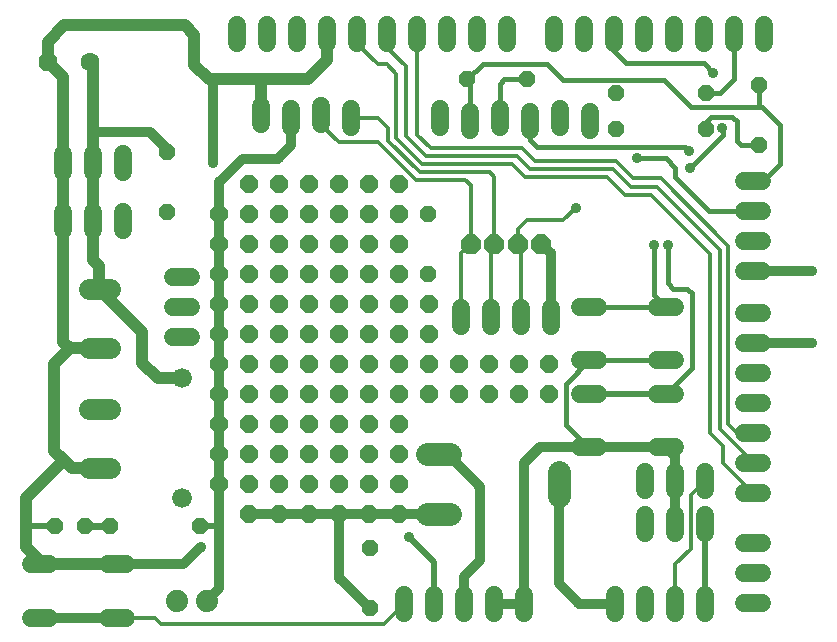
<source format=gbr>
G04 EAGLE Gerber RS-274X export*
G75*
%MOMM*%
%FSLAX34Y34*%
%LPD*%
%INBottom Copper*%
%IPPOS*%
%AMOC8*
5,1,8,0,0,1.08239X$1,22.5*%
G01*
%ADD10C,1.524000*%
%ADD11P,1.429621X8X112.500000*%
%ADD12C,1.790700*%
%ADD13C,1.676400*%
%ADD14P,1.732040X8X202.500000*%
%ADD15C,1.600200*%
%ADD16P,1.429621X8X292.500000*%
%ADD17P,1.429621X8X202.500000*%
%ADD18C,1.981200*%
%ADD19C,1.879600*%
%ADD20P,1.814519X8X22.500000*%
%ADD21P,1.623585X8X22.500000*%
%ADD22C,0.812800*%
%ADD23C,0.406400*%
%ADD24C,0.508000*%
%ADD25C,1.016000*%
%ADD26C,0.609600*%
%ADD27C,0.889000*%
%ADD28C,0.304800*%


D10*
X18322Y58616D02*
X33562Y58616D01*
X33562Y13404D02*
X18322Y13404D01*
X83346Y58616D02*
X98586Y58616D01*
X98586Y13404D02*
X83346Y13404D01*
D11*
X305003Y21387D03*
X305003Y72187D03*
D12*
X85154Y291700D02*
X67247Y291700D01*
X67247Y241700D02*
X85154Y241700D01*
X85154Y190100D02*
X67247Y190100D01*
X67247Y140100D02*
X85154Y140100D01*
D13*
X146045Y216114D03*
X146045Y114514D03*
D10*
X138430Y250825D02*
X153670Y250825D01*
X153670Y276225D02*
X138430Y276225D01*
X138430Y301625D02*
X153670Y301625D01*
X45720Y391160D02*
X45720Y406400D01*
X71120Y406400D02*
X71120Y391160D01*
X96520Y391160D02*
X96520Y406400D01*
X45720Y356870D02*
X45720Y341630D01*
X71120Y341630D02*
X71120Y356870D01*
X96520Y356870D02*
X96520Y341630D01*
X193040Y500380D02*
X193040Y515620D01*
X218440Y515620D02*
X218440Y500380D01*
X243840Y500380D02*
X243840Y515620D01*
X269240Y515620D02*
X269240Y500380D01*
X294640Y500380D02*
X294640Y515620D01*
X320040Y515620D02*
X320040Y500380D01*
X345440Y500380D02*
X345440Y515620D01*
X370840Y515620D02*
X370840Y500380D01*
X396240Y500380D02*
X396240Y515620D01*
X421640Y515620D02*
X421640Y500380D01*
X461010Y500380D02*
X461010Y515620D01*
X486410Y515620D02*
X486410Y500380D01*
X511810Y500380D02*
X511810Y515620D01*
X537210Y515620D02*
X537210Y500380D01*
X562610Y500380D02*
X562610Y515620D01*
X588010Y515620D02*
X588010Y500380D01*
X613410Y500380D02*
X613410Y515620D01*
X638810Y515620D02*
X638810Y500380D01*
D14*
X32512Y484251D03*
D15*
X68072Y484251D03*
D16*
X133350Y407924D03*
X133350Y357124D03*
D10*
X622300Y383540D02*
X637540Y383540D01*
X637540Y358140D02*
X622300Y358140D01*
X622300Y332740D02*
X637540Y332740D01*
X637540Y307340D02*
X622300Y307340D01*
D11*
X635000Y413512D03*
X635000Y464312D03*
D17*
X438404Y469138D03*
X387604Y469138D03*
X589788Y427228D03*
X513588Y427228D03*
X589788Y457454D03*
X513588Y457454D03*
X63754Y90932D03*
X38354Y90932D03*
X161544Y90932D03*
X85344Y90932D03*
D10*
X483108Y276606D02*
X498348Y276606D01*
X498348Y231394D02*
X483108Y231394D01*
X548132Y276606D02*
X563372Y276606D01*
X563372Y231394D02*
X548132Y231394D01*
X498348Y202946D02*
X483108Y202946D01*
X483108Y157734D02*
X498348Y157734D01*
X548132Y202946D02*
X563372Y202946D01*
X563372Y157734D02*
X548132Y157734D01*
D18*
X465074Y136652D02*
X465074Y116840D01*
X373380Y152146D02*
X353568Y152146D01*
X353568Y101346D02*
X373380Y101346D01*
D10*
X289560Y428752D02*
X289560Y443992D01*
X264160Y446532D02*
X264160Y431292D01*
X238760Y428752D02*
X238760Y443992D01*
X213360Y446532D02*
X213360Y431292D01*
X491490Y425958D02*
X491490Y441198D01*
X466090Y443738D02*
X466090Y428498D01*
X440690Y425958D02*
X440690Y441198D01*
X415290Y443738D02*
X415290Y428498D01*
X389890Y425958D02*
X389890Y441198D01*
X364490Y443738D02*
X364490Y428498D01*
D19*
X167132Y27686D03*
X141732Y27686D03*
D10*
X334010Y33020D02*
X334010Y17780D01*
X359410Y17780D02*
X359410Y33020D01*
X384810Y33020D02*
X384810Y17780D01*
X410210Y17780D02*
X410210Y33020D01*
X435610Y33020D02*
X435610Y17780D01*
X513080Y17780D02*
X513080Y33020D01*
X538480Y33020D02*
X538480Y17780D01*
X563880Y17780D02*
X563880Y33020D01*
X589280Y33020D02*
X589280Y17780D01*
X622300Y76454D02*
X637540Y76454D01*
X637540Y51054D02*
X622300Y51054D01*
X622300Y25654D02*
X637540Y25654D01*
X637540Y271780D02*
X622300Y271780D01*
X622300Y246380D02*
X637540Y246380D01*
X637540Y220980D02*
X622300Y220980D01*
X622300Y195580D02*
X637540Y195580D01*
X637540Y170180D02*
X622300Y170180D01*
X622300Y144780D02*
X637540Y144780D01*
X637540Y119380D02*
X622300Y119380D01*
X538353Y121920D02*
X538353Y137160D01*
X563753Y137160D02*
X563753Y121920D01*
X589153Y121920D02*
X589153Y137160D01*
X538353Y100330D02*
X538353Y85090D01*
X563753Y85090D02*
X563753Y100330D01*
X589153Y100330D02*
X589153Y85090D01*
D20*
X390370Y330098D03*
X410370Y330098D03*
X430370Y330098D03*
X450370Y330098D03*
D10*
X458470Y275768D02*
X458470Y260528D01*
X433070Y260528D02*
X433070Y275768D01*
X407670Y275768D02*
X407670Y260528D01*
X382270Y260528D02*
X382270Y275768D01*
D16*
X354330Y355600D03*
X354330Y304800D03*
D21*
X177800Y330200D03*
X177800Y304800D03*
X177800Y279400D03*
X177800Y254000D03*
X177800Y228600D03*
X177800Y203200D03*
X177800Y177800D03*
X177800Y152400D03*
X177800Y127000D03*
D22*
X177800Y279400D02*
X177800Y330200D01*
X177800Y279400D02*
X177800Y254000D01*
X177800Y228600D01*
X177800Y203200D01*
X177800Y177800D01*
X177800Y152400D01*
X177800Y127000D01*
D23*
X177800Y279400D02*
X177800Y304800D01*
X177800Y330200D01*
D22*
X177800Y304800D02*
X177038Y304038D01*
X177800Y254000D02*
X177038Y253238D01*
X176784Y229616D02*
X177800Y228600D01*
X177800Y203200D02*
X176784Y202184D01*
X177800Y152400D02*
X177546Y152146D01*
D21*
X177800Y355600D03*
D22*
X177800Y330200D01*
X177800Y355600D02*
X177800Y382270D01*
X197612Y402082D02*
X227584Y402082D01*
X197612Y402082D02*
X177800Y382270D01*
X177800Y127000D02*
X177800Y90170D01*
X398780Y62230D02*
X398780Y124460D01*
X371094Y152146D02*
X363474Y152146D01*
X371094Y152146D02*
X398780Y124460D01*
X238760Y413258D02*
X238760Y436372D01*
X238760Y413258D02*
X227584Y402082D01*
D24*
X177038Y90932D02*
X161544Y90932D01*
X177038Y90932D02*
X177800Y90170D01*
D22*
X177800Y38354D02*
X167132Y27686D01*
X177800Y38354D02*
X177800Y90170D01*
X384810Y48260D02*
X384810Y25400D01*
X384810Y48260D02*
X398780Y62230D01*
D23*
X468884Y468884D02*
X554228Y468884D01*
X577342Y445770D01*
X389890Y433578D02*
X389890Y466852D01*
X387604Y469138D01*
X400812Y482346D01*
X455422Y482346D02*
X468884Y468884D01*
X455422Y482346D02*
X400812Y482346D01*
X637540Y445770D02*
X652526Y430784D01*
X637540Y445770D02*
X634492Y445770D01*
X577342Y445770D01*
X635000Y446278D02*
X635000Y464312D01*
X635000Y446278D02*
X634492Y445770D01*
X638302Y383540D02*
X629920Y383540D01*
X652526Y397764D02*
X652526Y430784D01*
X652526Y397764D02*
X638302Y383540D01*
D25*
X76200Y140100D02*
X52940Y140100D01*
X45974Y147066D01*
X38100Y154940D01*
X38100Y228600D01*
X51200Y241700D02*
X76200Y241700D01*
X51200Y241700D02*
X38100Y228600D01*
X25942Y58616D02*
X90966Y58616D01*
X45720Y349250D02*
X45720Y398780D01*
X45720Y349250D02*
X45720Y247180D01*
X51200Y241700D01*
X45720Y398780D02*
X45720Y471043D01*
D21*
X279400Y101600D03*
X304800Y101600D03*
X330200Y101600D03*
X254000Y101600D03*
X228600Y101600D03*
X203200Y101600D03*
D22*
X228600Y101600D01*
X254000Y101600D01*
X330454Y101346D02*
X363474Y101346D01*
X330454Y101346D02*
X330200Y101600D01*
X279400Y101600D02*
X254000Y101600D01*
X279400Y101600D02*
X304800Y101600D01*
X330200Y101600D01*
D21*
X203200Y381000D03*
X228600Y381000D03*
X254000Y381000D03*
X279400Y381000D03*
X304800Y381000D03*
X330200Y381000D03*
D25*
X46482Y515112D02*
X32512Y501142D01*
X46482Y515112D02*
X148336Y515112D01*
X156464Y506984D01*
X269240Y508000D02*
X269240Y485902D01*
X252476Y469138D01*
X213614Y469138D01*
X213360Y468884D02*
X213360Y438912D01*
X213360Y468884D02*
X213614Y469138D01*
D22*
X90966Y58616D02*
X48318Y58616D01*
D25*
X25942Y58616D02*
X25942Y61434D01*
X13970Y73406D01*
X13970Y91186D01*
X13970Y115062D01*
X45974Y147066D01*
D26*
X13970Y91186D02*
X15240Y89916D01*
D24*
X14224Y90932D02*
X38354Y90932D01*
X14224Y90932D02*
X13970Y91186D01*
D23*
X490728Y231394D02*
X555752Y231394D01*
X490728Y231394D02*
X470916Y211582D01*
X470916Y176530D01*
X489712Y157734D01*
X490728Y157734D01*
D22*
X629920Y246380D02*
X679450Y246380D01*
X679704Y246380D01*
D27*
X679450Y246380D03*
D22*
X679450Y307340D02*
X629920Y307340D01*
D27*
X679450Y307340D03*
D23*
X589788Y427228D02*
X589788Y433070D01*
X594360Y437642D01*
X611632Y437642D01*
X615696Y433578D01*
D22*
X563753Y129540D02*
X563753Y92710D01*
X563753Y149733D02*
X555752Y157734D01*
X563753Y149733D02*
X563753Y129540D01*
X555752Y157734D02*
X490728Y157734D01*
D27*
X172720Y398780D03*
D22*
X161798Y73406D02*
X147008Y58616D01*
X90966Y58616D01*
D27*
X161798Y73406D03*
D22*
X435610Y25400D02*
X435610Y144526D01*
X449072Y157988D01*
X490474Y157988D01*
X490728Y157734D01*
D23*
X415290Y436118D02*
X415290Y465328D01*
X419100Y469138D01*
X438404Y469138D01*
X619252Y413512D02*
X635000Y413512D01*
X619252Y413512D02*
X615696Y417068D01*
X615696Y433578D01*
D22*
X279400Y46990D02*
X305003Y21387D01*
X279400Y46990D02*
X279400Y101600D01*
D25*
X45720Y471043D02*
X32512Y484251D01*
X32512Y501142D01*
X156464Y506984D02*
X156464Y481330D01*
X173482Y469138D02*
X213614Y469138D01*
X173482Y469138D02*
X168656Y469138D01*
X156464Y481330D01*
D22*
X172720Y468376D02*
X172720Y398780D01*
X172720Y468376D02*
X173482Y469138D01*
X450370Y330098D02*
X458470Y321998D01*
X458470Y268148D01*
X435610Y25400D02*
X410210Y25400D01*
D28*
X593344Y169672D02*
X593344Y321183D01*
X629158Y119380D02*
X629920Y119380D01*
X604139Y158877D02*
X593344Y169672D01*
X604139Y144399D02*
X629158Y119380D01*
X604139Y144399D02*
X604139Y158877D01*
X294640Y498856D02*
X294640Y508000D01*
X311658Y481838D02*
X319786Y481838D01*
X327660Y473964D01*
X327660Y419608D02*
X349504Y397764D01*
X425450Y397764D02*
X436880Y386334D01*
X311658Y481838D02*
X294640Y498856D01*
X327660Y473964D02*
X327660Y419608D01*
X349504Y397764D02*
X425450Y397764D01*
X436880Y386334D02*
X505968Y386334D01*
X520954Y371348D01*
X543179Y371348D01*
X593344Y321183D01*
X601726Y324358D02*
X601726Y173228D01*
X629920Y144780D02*
X630174Y144780D01*
X601726Y173228D01*
X320040Y496062D02*
X320040Y508000D01*
X335788Y421132D02*
X352552Y404368D01*
X335788Y480314D02*
X320040Y496062D01*
X335788Y480314D02*
X335788Y421132D01*
X352552Y404368D02*
X429514Y404368D01*
X440944Y392938D01*
X510794Y392938D01*
X526034Y377698D01*
X548386Y377698D01*
X601726Y324358D01*
X608711Y328295D02*
X608711Y177419D01*
X615950Y170180D01*
X629920Y170180D01*
X345440Y422402D02*
X345440Y508000D01*
X345440Y422402D02*
X356870Y410972D01*
X433832Y410972D01*
X444754Y400050D01*
X513588Y400050D01*
X528320Y385318D01*
X551688Y385318D01*
X608711Y328295D01*
D22*
X90966Y13404D02*
X25942Y13404D01*
D28*
X90966Y13404D02*
X123502Y13404D01*
X128524Y8382D01*
X316992Y8382D01*
X334010Y25400D01*
D25*
X112268Y255632D02*
X76200Y291700D01*
X112268Y255632D02*
X112268Y229362D01*
X125516Y216114D01*
X146045Y216114D01*
X71120Y481203D02*
X68072Y484251D01*
X71120Y481203D02*
X71120Y398780D01*
X71120Y424688D01*
X71120Y398780D02*
X71120Y349250D01*
X71120Y316230D01*
X76200Y311150D01*
X76200Y291700D01*
D22*
X133350Y407924D02*
X133350Y410210D01*
X118618Y424942D01*
X71374Y424942D01*
X71120Y424688D01*
D27*
X575056Y408686D03*
D23*
X572135Y411607D01*
X440690Y417576D02*
X440690Y433578D01*
X446659Y411607D02*
X572135Y411607D01*
X446659Y411607D02*
X440690Y417576D01*
X589788Y457454D02*
X590296Y457962D01*
X601726Y457962D01*
X613410Y469646D01*
X613410Y508000D01*
X555752Y276606D02*
X490728Y276606D01*
D27*
X546100Y328676D03*
D23*
X546100Y286258D01*
X555752Y276606D01*
D27*
X531368Y402590D03*
D23*
X555498Y402590D01*
X563626Y394462D02*
X563626Y386842D01*
X563626Y394462D02*
X555498Y402590D01*
X592328Y358140D02*
X629920Y358140D01*
X592328Y358140D02*
X563626Y386842D01*
D27*
X575818Y394462D03*
D23*
X603758Y422402D01*
X603758Y427736D01*
X603504Y427990D01*
D27*
X603504Y427990D03*
X595630Y474980D03*
D23*
X587756Y482854D01*
X522224Y482854D02*
X511810Y493268D01*
X511810Y508000D01*
X522224Y482854D02*
X587756Y482854D01*
D24*
X555752Y202946D02*
X490728Y202946D01*
D23*
X555752Y202946D02*
X576326Y223520D01*
D27*
X557530Y328549D03*
D23*
X557530Y296672D01*
X562102Y292100D02*
X574040Y292100D01*
X577850Y288290D01*
X577850Y225044D02*
X576326Y223520D01*
X562102Y292100D02*
X557530Y296672D01*
X577850Y288290D02*
X577850Y225044D01*
D22*
X465074Y126746D02*
X465074Y42926D01*
X482600Y25400D01*
X513080Y25400D01*
D28*
X312420Y436372D02*
X289560Y436372D01*
X320548Y417068D02*
X347218Y390398D01*
X406908Y390398D01*
X410421Y386885D01*
X320548Y428244D02*
X312420Y436372D01*
X320548Y428244D02*
X320548Y417068D01*
X410370Y386834D02*
X410370Y330098D01*
X410370Y386834D02*
X410421Y386885D01*
X407670Y327398D02*
X407670Y268148D01*
X407670Y327398D02*
X410370Y330098D01*
X264160Y430784D02*
X264160Y438912D01*
X312420Y416052D02*
X344424Y384048D01*
X278892Y416052D02*
X264160Y430784D01*
X278892Y416052D02*
X312420Y416052D01*
X390370Y379601D02*
X390370Y330098D01*
X385923Y384048D02*
X344424Y384048D01*
X385923Y384048D02*
X390370Y379601D01*
X382270Y321998D02*
X382270Y268148D01*
X382270Y321998D02*
X390370Y330098D01*
D26*
X85344Y90932D02*
X63754Y90932D01*
D21*
X228600Y330200D03*
X228600Y355600D03*
X254000Y330200D03*
X254000Y355600D03*
X279400Y330200D03*
X279400Y355600D03*
X304800Y330200D03*
X304800Y355600D03*
X330200Y330200D03*
X330200Y355600D03*
X228600Y304800D03*
X254000Y304800D03*
X279400Y304800D03*
X304800Y304800D03*
X330200Y304800D03*
X228600Y279400D03*
X254000Y279400D03*
X279400Y279400D03*
X304800Y279400D03*
X330200Y279400D03*
X355600Y279400D03*
X228600Y254000D03*
X254000Y254000D03*
X279400Y254000D03*
X304800Y254000D03*
X330200Y254000D03*
X355600Y254000D03*
X228600Y228600D03*
X254000Y228600D03*
X279400Y228600D03*
X304800Y228600D03*
X330200Y228600D03*
X355600Y228600D03*
X355600Y203200D03*
X228600Y203200D03*
X228600Y177800D03*
X228600Y127000D03*
X228600Y152400D03*
X254000Y177800D03*
X254000Y127000D03*
X254000Y152400D03*
X254000Y203200D03*
X279400Y203200D03*
X304800Y203200D03*
X330200Y203200D03*
X381000Y203200D03*
X381000Y228600D03*
X406400Y228600D03*
X406400Y203200D03*
X431800Y203200D03*
X431800Y228600D03*
X457200Y203200D03*
X457200Y228600D03*
X279400Y177800D03*
X304800Y177800D03*
X330200Y177800D03*
X279400Y127000D03*
X279400Y152400D03*
X304800Y127000D03*
X304800Y152400D03*
X330200Y127000D03*
X330200Y152400D03*
X203200Y330200D03*
X203200Y355600D03*
X203200Y304800D03*
X203200Y279400D03*
X203200Y254000D03*
X203200Y228600D03*
X203200Y203200D03*
X203200Y177800D03*
X203200Y127000D03*
X203200Y152400D03*
D24*
X359410Y60706D02*
X359410Y25400D01*
X359410Y60706D02*
X338074Y82042D01*
D27*
X338074Y82042D03*
D28*
X563880Y58674D02*
X563880Y25400D01*
X563880Y58674D02*
X576707Y71501D01*
X576707Y117094D02*
X589153Y129540D01*
X576707Y117094D02*
X576707Y71501D01*
D24*
X589153Y92710D02*
X589153Y25527D01*
X589280Y25400D01*
D27*
X479374Y360451D03*
D28*
X430370Y342466D02*
X430370Y330098D01*
X430370Y342466D02*
X438043Y350139D01*
X469062Y350139D02*
X479374Y360451D01*
X469062Y350139D02*
X438043Y350139D01*
X433070Y327398D02*
X433070Y268148D01*
X433070Y327398D02*
X430370Y330098D01*
M02*

</source>
